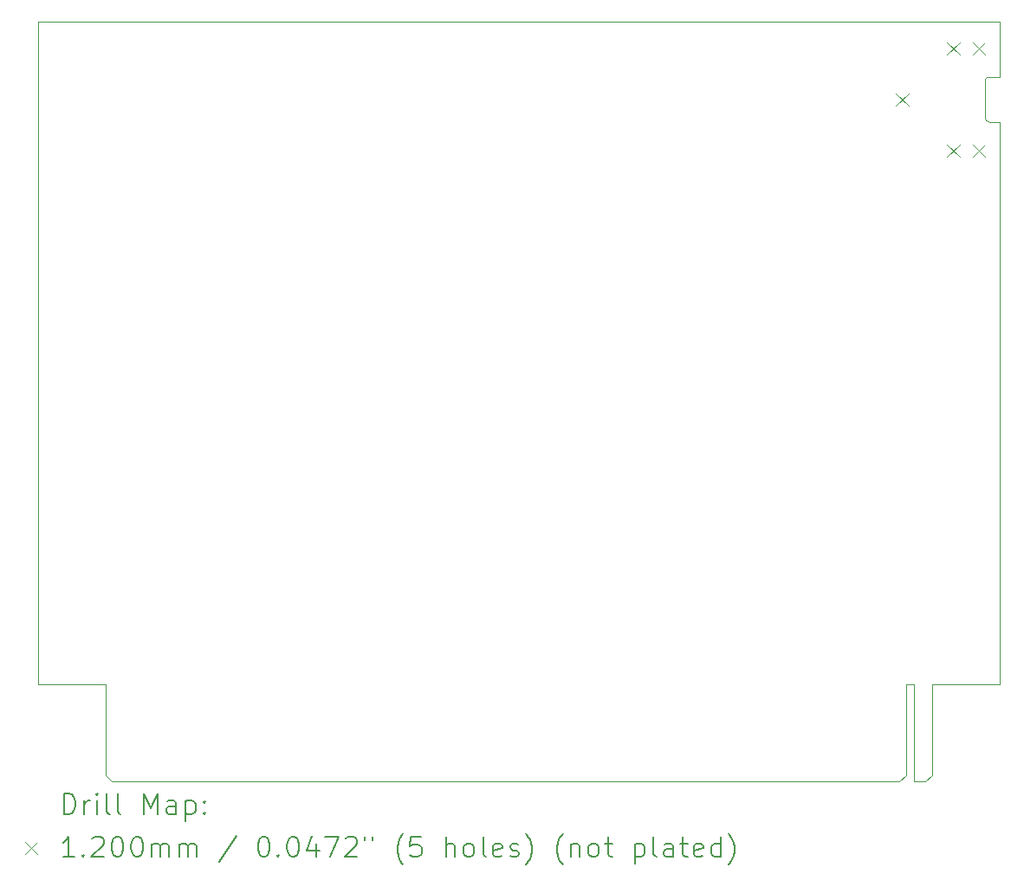
<source format=gbr>
%TF.GenerationSoftware,KiCad,Pcbnew,8.0.1*%
%TF.CreationDate,2024-04-10T12:10:00+07:00*%
%TF.ProjectId,TS_Ext_EPM3032,54535f45-7874-45f4-9550-4d333033322e,1.4*%
%TF.SameCoordinates,Original*%
%TF.FileFunction,Drillmap*%
%TF.FilePolarity,Positive*%
%FSLAX45Y45*%
G04 Gerber Fmt 4.5, Leading zero omitted, Abs format (unit mm)*
G04 Created by KiCad (PCBNEW 8.0.1) date 2024-04-10 12:10:00*
%MOMM*%
%LPD*%
G01*
G04 APERTURE LIST*
%ADD10C,0.100000*%
%ADD11C,0.120000*%
%ADD12C,0.200000*%
G04 APERTURE END LIST*
D10*
X3454400Y-9017000D02*
X3454400Y-9906000D01*
X2794000Y-9017000D02*
X3454400Y-9017000D01*
X11531600Y-9017000D02*
X12192000Y-9017000D01*
X11277600Y-9017000D02*
X11277600Y-9906000D01*
X11353800Y-9969500D02*
X11468100Y-9969500D01*
X11531600Y-9017000D02*
X11531600Y-9906000D01*
X11468100Y-9969500D02*
X11531600Y-9906000D01*
X11214100Y-9969500D02*
X11277600Y-9906000D01*
X11277600Y-9017000D02*
X11353800Y-9017000D01*
X2794000Y-2540000D02*
X2794000Y-9017000D01*
X12192000Y-2540000D02*
X12192000Y-2652000D01*
X3517900Y-9969500D02*
X11214100Y-9969500D01*
X3517900Y-9969500D02*
X3454400Y-9906000D01*
X12192000Y-9017000D02*
X12192000Y-3952000D01*
X2794000Y-2540000D02*
X12192000Y-2540000D01*
X11353800Y-9017000D02*
X11353800Y-9969500D01*
D11*
X12092000Y-3522000D02*
X12192000Y-3522000D01*
X12192000Y-3522000D02*
X12192000Y-3952000D01*
X12052000Y-3122000D02*
X12052000Y-3482000D01*
X12092000Y-3082000D02*
X12192000Y-3082000D01*
X12192000Y-3082000D02*
X12192000Y-2652000D01*
X12092000Y-3522000D02*
G75*
G02*
X12052000Y-3482000I0J40000D01*
G01*
X12052000Y-3122000D02*
G75*
G02*
X12092000Y-3082000I40000J0D01*
G01*
D12*
D11*
X11182000Y-3242000D02*
X11302000Y-3362000D01*
X11302000Y-3242000D02*
X11182000Y-3362000D01*
X11682000Y-2742000D02*
X11802000Y-2862000D01*
X11802000Y-2742000D02*
X11682000Y-2862000D01*
X11682000Y-3742000D02*
X11802000Y-3862000D01*
X11802000Y-3742000D02*
X11682000Y-3862000D01*
X11932000Y-2742000D02*
X12052000Y-2862000D01*
X12052000Y-2742000D02*
X11932000Y-2862000D01*
X11932000Y-3742000D02*
X12052000Y-3862000D01*
X12052000Y-3742000D02*
X11932000Y-3862000D01*
D12*
X3049777Y-10285984D02*
X3049777Y-10085984D01*
X3049777Y-10085984D02*
X3097396Y-10085984D01*
X3097396Y-10085984D02*
X3125967Y-10095508D01*
X3125967Y-10095508D02*
X3145015Y-10114555D01*
X3145015Y-10114555D02*
X3154539Y-10133603D01*
X3154539Y-10133603D02*
X3164062Y-10171698D01*
X3164062Y-10171698D02*
X3164062Y-10200270D01*
X3164062Y-10200270D02*
X3154539Y-10238365D01*
X3154539Y-10238365D02*
X3145015Y-10257412D01*
X3145015Y-10257412D02*
X3125967Y-10276460D01*
X3125967Y-10276460D02*
X3097396Y-10285984D01*
X3097396Y-10285984D02*
X3049777Y-10285984D01*
X3249777Y-10285984D02*
X3249777Y-10152650D01*
X3249777Y-10190746D02*
X3259301Y-10171698D01*
X3259301Y-10171698D02*
X3268824Y-10162174D01*
X3268824Y-10162174D02*
X3287872Y-10152650D01*
X3287872Y-10152650D02*
X3306920Y-10152650D01*
X3373586Y-10285984D02*
X3373586Y-10152650D01*
X3373586Y-10085984D02*
X3364062Y-10095508D01*
X3364062Y-10095508D02*
X3373586Y-10105031D01*
X3373586Y-10105031D02*
X3383110Y-10095508D01*
X3383110Y-10095508D02*
X3373586Y-10085984D01*
X3373586Y-10085984D02*
X3373586Y-10105031D01*
X3497396Y-10285984D02*
X3478348Y-10276460D01*
X3478348Y-10276460D02*
X3468824Y-10257412D01*
X3468824Y-10257412D02*
X3468824Y-10085984D01*
X3602158Y-10285984D02*
X3583110Y-10276460D01*
X3583110Y-10276460D02*
X3573586Y-10257412D01*
X3573586Y-10257412D02*
X3573586Y-10085984D01*
X3830729Y-10285984D02*
X3830729Y-10085984D01*
X3830729Y-10085984D02*
X3897396Y-10228841D01*
X3897396Y-10228841D02*
X3964062Y-10085984D01*
X3964062Y-10085984D02*
X3964062Y-10285984D01*
X4145015Y-10285984D02*
X4145015Y-10181222D01*
X4145015Y-10181222D02*
X4135491Y-10162174D01*
X4135491Y-10162174D02*
X4116443Y-10152650D01*
X4116443Y-10152650D02*
X4078348Y-10152650D01*
X4078348Y-10152650D02*
X4059301Y-10162174D01*
X4145015Y-10276460D02*
X4125967Y-10285984D01*
X4125967Y-10285984D02*
X4078348Y-10285984D01*
X4078348Y-10285984D02*
X4059301Y-10276460D01*
X4059301Y-10276460D02*
X4049777Y-10257412D01*
X4049777Y-10257412D02*
X4049777Y-10238365D01*
X4049777Y-10238365D02*
X4059301Y-10219317D01*
X4059301Y-10219317D02*
X4078348Y-10209793D01*
X4078348Y-10209793D02*
X4125967Y-10209793D01*
X4125967Y-10209793D02*
X4145015Y-10200270D01*
X4240253Y-10152650D02*
X4240253Y-10352650D01*
X4240253Y-10162174D02*
X4259301Y-10152650D01*
X4259301Y-10152650D02*
X4297396Y-10152650D01*
X4297396Y-10152650D02*
X4316444Y-10162174D01*
X4316444Y-10162174D02*
X4325967Y-10171698D01*
X4325967Y-10171698D02*
X4335491Y-10190746D01*
X4335491Y-10190746D02*
X4335491Y-10247889D01*
X4335491Y-10247889D02*
X4325967Y-10266936D01*
X4325967Y-10266936D02*
X4316444Y-10276460D01*
X4316444Y-10276460D02*
X4297396Y-10285984D01*
X4297396Y-10285984D02*
X4259301Y-10285984D01*
X4259301Y-10285984D02*
X4240253Y-10276460D01*
X4421205Y-10266936D02*
X4430729Y-10276460D01*
X4430729Y-10276460D02*
X4421205Y-10285984D01*
X4421205Y-10285984D02*
X4411682Y-10276460D01*
X4411682Y-10276460D02*
X4421205Y-10266936D01*
X4421205Y-10266936D02*
X4421205Y-10285984D01*
X4421205Y-10162174D02*
X4430729Y-10171698D01*
X4430729Y-10171698D02*
X4421205Y-10181222D01*
X4421205Y-10181222D02*
X4411682Y-10171698D01*
X4411682Y-10171698D02*
X4421205Y-10162174D01*
X4421205Y-10162174D02*
X4421205Y-10181222D01*
D11*
X2669000Y-10554500D02*
X2789000Y-10674500D01*
X2789000Y-10554500D02*
X2669000Y-10674500D01*
D12*
X3154539Y-10705984D02*
X3040253Y-10705984D01*
X3097396Y-10705984D02*
X3097396Y-10505984D01*
X3097396Y-10505984D02*
X3078348Y-10534555D01*
X3078348Y-10534555D02*
X3059301Y-10553603D01*
X3059301Y-10553603D02*
X3040253Y-10563127D01*
X3240253Y-10686936D02*
X3249777Y-10696460D01*
X3249777Y-10696460D02*
X3240253Y-10705984D01*
X3240253Y-10705984D02*
X3230729Y-10696460D01*
X3230729Y-10696460D02*
X3240253Y-10686936D01*
X3240253Y-10686936D02*
X3240253Y-10705984D01*
X3325967Y-10525031D02*
X3335491Y-10515508D01*
X3335491Y-10515508D02*
X3354539Y-10505984D01*
X3354539Y-10505984D02*
X3402158Y-10505984D01*
X3402158Y-10505984D02*
X3421205Y-10515508D01*
X3421205Y-10515508D02*
X3430729Y-10525031D01*
X3430729Y-10525031D02*
X3440253Y-10544079D01*
X3440253Y-10544079D02*
X3440253Y-10563127D01*
X3440253Y-10563127D02*
X3430729Y-10591698D01*
X3430729Y-10591698D02*
X3316443Y-10705984D01*
X3316443Y-10705984D02*
X3440253Y-10705984D01*
X3564062Y-10505984D02*
X3583110Y-10505984D01*
X3583110Y-10505984D02*
X3602158Y-10515508D01*
X3602158Y-10515508D02*
X3611682Y-10525031D01*
X3611682Y-10525031D02*
X3621205Y-10544079D01*
X3621205Y-10544079D02*
X3630729Y-10582174D01*
X3630729Y-10582174D02*
X3630729Y-10629793D01*
X3630729Y-10629793D02*
X3621205Y-10667889D01*
X3621205Y-10667889D02*
X3611682Y-10686936D01*
X3611682Y-10686936D02*
X3602158Y-10696460D01*
X3602158Y-10696460D02*
X3583110Y-10705984D01*
X3583110Y-10705984D02*
X3564062Y-10705984D01*
X3564062Y-10705984D02*
X3545015Y-10696460D01*
X3545015Y-10696460D02*
X3535491Y-10686936D01*
X3535491Y-10686936D02*
X3525967Y-10667889D01*
X3525967Y-10667889D02*
X3516443Y-10629793D01*
X3516443Y-10629793D02*
X3516443Y-10582174D01*
X3516443Y-10582174D02*
X3525967Y-10544079D01*
X3525967Y-10544079D02*
X3535491Y-10525031D01*
X3535491Y-10525031D02*
X3545015Y-10515508D01*
X3545015Y-10515508D02*
X3564062Y-10505984D01*
X3754539Y-10505984D02*
X3773586Y-10505984D01*
X3773586Y-10505984D02*
X3792634Y-10515508D01*
X3792634Y-10515508D02*
X3802158Y-10525031D01*
X3802158Y-10525031D02*
X3811682Y-10544079D01*
X3811682Y-10544079D02*
X3821205Y-10582174D01*
X3821205Y-10582174D02*
X3821205Y-10629793D01*
X3821205Y-10629793D02*
X3811682Y-10667889D01*
X3811682Y-10667889D02*
X3802158Y-10686936D01*
X3802158Y-10686936D02*
X3792634Y-10696460D01*
X3792634Y-10696460D02*
X3773586Y-10705984D01*
X3773586Y-10705984D02*
X3754539Y-10705984D01*
X3754539Y-10705984D02*
X3735491Y-10696460D01*
X3735491Y-10696460D02*
X3725967Y-10686936D01*
X3725967Y-10686936D02*
X3716443Y-10667889D01*
X3716443Y-10667889D02*
X3706920Y-10629793D01*
X3706920Y-10629793D02*
X3706920Y-10582174D01*
X3706920Y-10582174D02*
X3716443Y-10544079D01*
X3716443Y-10544079D02*
X3725967Y-10525031D01*
X3725967Y-10525031D02*
X3735491Y-10515508D01*
X3735491Y-10515508D02*
X3754539Y-10505984D01*
X3906920Y-10705984D02*
X3906920Y-10572650D01*
X3906920Y-10591698D02*
X3916443Y-10582174D01*
X3916443Y-10582174D02*
X3935491Y-10572650D01*
X3935491Y-10572650D02*
X3964063Y-10572650D01*
X3964063Y-10572650D02*
X3983110Y-10582174D01*
X3983110Y-10582174D02*
X3992634Y-10601222D01*
X3992634Y-10601222D02*
X3992634Y-10705984D01*
X3992634Y-10601222D02*
X4002158Y-10582174D01*
X4002158Y-10582174D02*
X4021205Y-10572650D01*
X4021205Y-10572650D02*
X4049777Y-10572650D01*
X4049777Y-10572650D02*
X4068824Y-10582174D01*
X4068824Y-10582174D02*
X4078348Y-10601222D01*
X4078348Y-10601222D02*
X4078348Y-10705984D01*
X4173586Y-10705984D02*
X4173586Y-10572650D01*
X4173586Y-10591698D02*
X4183110Y-10582174D01*
X4183110Y-10582174D02*
X4202158Y-10572650D01*
X4202158Y-10572650D02*
X4230729Y-10572650D01*
X4230729Y-10572650D02*
X4249777Y-10582174D01*
X4249777Y-10582174D02*
X4259301Y-10601222D01*
X4259301Y-10601222D02*
X4259301Y-10705984D01*
X4259301Y-10601222D02*
X4268825Y-10582174D01*
X4268825Y-10582174D02*
X4287872Y-10572650D01*
X4287872Y-10572650D02*
X4316444Y-10572650D01*
X4316444Y-10572650D02*
X4335491Y-10582174D01*
X4335491Y-10582174D02*
X4345015Y-10601222D01*
X4345015Y-10601222D02*
X4345015Y-10705984D01*
X4735491Y-10496460D02*
X4564063Y-10753603D01*
X4992634Y-10505984D02*
X5011682Y-10505984D01*
X5011682Y-10505984D02*
X5030729Y-10515508D01*
X5030729Y-10515508D02*
X5040253Y-10525031D01*
X5040253Y-10525031D02*
X5049777Y-10544079D01*
X5049777Y-10544079D02*
X5059301Y-10582174D01*
X5059301Y-10582174D02*
X5059301Y-10629793D01*
X5059301Y-10629793D02*
X5049777Y-10667889D01*
X5049777Y-10667889D02*
X5040253Y-10686936D01*
X5040253Y-10686936D02*
X5030729Y-10696460D01*
X5030729Y-10696460D02*
X5011682Y-10705984D01*
X5011682Y-10705984D02*
X4992634Y-10705984D01*
X4992634Y-10705984D02*
X4973587Y-10696460D01*
X4973587Y-10696460D02*
X4964063Y-10686936D01*
X4964063Y-10686936D02*
X4954539Y-10667889D01*
X4954539Y-10667889D02*
X4945015Y-10629793D01*
X4945015Y-10629793D02*
X4945015Y-10582174D01*
X4945015Y-10582174D02*
X4954539Y-10544079D01*
X4954539Y-10544079D02*
X4964063Y-10525031D01*
X4964063Y-10525031D02*
X4973587Y-10515508D01*
X4973587Y-10515508D02*
X4992634Y-10505984D01*
X5145015Y-10686936D02*
X5154539Y-10696460D01*
X5154539Y-10696460D02*
X5145015Y-10705984D01*
X5145015Y-10705984D02*
X5135491Y-10696460D01*
X5135491Y-10696460D02*
X5145015Y-10686936D01*
X5145015Y-10686936D02*
X5145015Y-10705984D01*
X5278348Y-10505984D02*
X5297396Y-10505984D01*
X5297396Y-10505984D02*
X5316444Y-10515508D01*
X5316444Y-10515508D02*
X5325968Y-10525031D01*
X5325968Y-10525031D02*
X5335491Y-10544079D01*
X5335491Y-10544079D02*
X5345015Y-10582174D01*
X5345015Y-10582174D02*
X5345015Y-10629793D01*
X5345015Y-10629793D02*
X5335491Y-10667889D01*
X5335491Y-10667889D02*
X5325968Y-10686936D01*
X5325968Y-10686936D02*
X5316444Y-10696460D01*
X5316444Y-10696460D02*
X5297396Y-10705984D01*
X5297396Y-10705984D02*
X5278348Y-10705984D01*
X5278348Y-10705984D02*
X5259301Y-10696460D01*
X5259301Y-10696460D02*
X5249777Y-10686936D01*
X5249777Y-10686936D02*
X5240253Y-10667889D01*
X5240253Y-10667889D02*
X5230729Y-10629793D01*
X5230729Y-10629793D02*
X5230729Y-10582174D01*
X5230729Y-10582174D02*
X5240253Y-10544079D01*
X5240253Y-10544079D02*
X5249777Y-10525031D01*
X5249777Y-10525031D02*
X5259301Y-10515508D01*
X5259301Y-10515508D02*
X5278348Y-10505984D01*
X5516444Y-10572650D02*
X5516444Y-10705984D01*
X5468825Y-10496460D02*
X5421206Y-10639317D01*
X5421206Y-10639317D02*
X5545015Y-10639317D01*
X5602158Y-10505984D02*
X5735491Y-10505984D01*
X5735491Y-10505984D02*
X5649777Y-10705984D01*
X5802158Y-10525031D02*
X5811682Y-10515508D01*
X5811682Y-10515508D02*
X5830729Y-10505984D01*
X5830729Y-10505984D02*
X5878348Y-10505984D01*
X5878348Y-10505984D02*
X5897396Y-10515508D01*
X5897396Y-10515508D02*
X5906920Y-10525031D01*
X5906920Y-10525031D02*
X5916444Y-10544079D01*
X5916444Y-10544079D02*
X5916444Y-10563127D01*
X5916444Y-10563127D02*
X5906920Y-10591698D01*
X5906920Y-10591698D02*
X5792634Y-10705984D01*
X5792634Y-10705984D02*
X5916444Y-10705984D01*
X5992634Y-10505984D02*
X5992634Y-10544079D01*
X6068825Y-10505984D02*
X6068825Y-10544079D01*
X6364063Y-10782174D02*
X6354539Y-10772650D01*
X6354539Y-10772650D02*
X6335491Y-10744079D01*
X6335491Y-10744079D02*
X6325968Y-10725031D01*
X6325968Y-10725031D02*
X6316444Y-10696460D01*
X6316444Y-10696460D02*
X6306920Y-10648841D01*
X6306920Y-10648841D02*
X6306920Y-10610746D01*
X6306920Y-10610746D02*
X6316444Y-10563127D01*
X6316444Y-10563127D02*
X6325968Y-10534555D01*
X6325968Y-10534555D02*
X6335491Y-10515508D01*
X6335491Y-10515508D02*
X6354539Y-10486936D01*
X6354539Y-10486936D02*
X6364063Y-10477412D01*
X6535491Y-10505984D02*
X6440253Y-10505984D01*
X6440253Y-10505984D02*
X6430729Y-10601222D01*
X6430729Y-10601222D02*
X6440253Y-10591698D01*
X6440253Y-10591698D02*
X6459301Y-10582174D01*
X6459301Y-10582174D02*
X6506920Y-10582174D01*
X6506920Y-10582174D02*
X6525968Y-10591698D01*
X6525968Y-10591698D02*
X6535491Y-10601222D01*
X6535491Y-10601222D02*
X6545015Y-10620270D01*
X6545015Y-10620270D02*
X6545015Y-10667889D01*
X6545015Y-10667889D02*
X6535491Y-10686936D01*
X6535491Y-10686936D02*
X6525968Y-10696460D01*
X6525968Y-10696460D02*
X6506920Y-10705984D01*
X6506920Y-10705984D02*
X6459301Y-10705984D01*
X6459301Y-10705984D02*
X6440253Y-10696460D01*
X6440253Y-10696460D02*
X6430729Y-10686936D01*
X6783110Y-10705984D02*
X6783110Y-10505984D01*
X6868825Y-10705984D02*
X6868825Y-10601222D01*
X6868825Y-10601222D02*
X6859301Y-10582174D01*
X6859301Y-10582174D02*
X6840253Y-10572650D01*
X6840253Y-10572650D02*
X6811682Y-10572650D01*
X6811682Y-10572650D02*
X6792634Y-10582174D01*
X6792634Y-10582174D02*
X6783110Y-10591698D01*
X6992634Y-10705984D02*
X6973587Y-10696460D01*
X6973587Y-10696460D02*
X6964063Y-10686936D01*
X6964063Y-10686936D02*
X6954539Y-10667889D01*
X6954539Y-10667889D02*
X6954539Y-10610746D01*
X6954539Y-10610746D02*
X6964063Y-10591698D01*
X6964063Y-10591698D02*
X6973587Y-10582174D01*
X6973587Y-10582174D02*
X6992634Y-10572650D01*
X6992634Y-10572650D02*
X7021206Y-10572650D01*
X7021206Y-10572650D02*
X7040253Y-10582174D01*
X7040253Y-10582174D02*
X7049777Y-10591698D01*
X7049777Y-10591698D02*
X7059301Y-10610746D01*
X7059301Y-10610746D02*
X7059301Y-10667889D01*
X7059301Y-10667889D02*
X7049777Y-10686936D01*
X7049777Y-10686936D02*
X7040253Y-10696460D01*
X7040253Y-10696460D02*
X7021206Y-10705984D01*
X7021206Y-10705984D02*
X6992634Y-10705984D01*
X7173587Y-10705984D02*
X7154539Y-10696460D01*
X7154539Y-10696460D02*
X7145015Y-10677412D01*
X7145015Y-10677412D02*
X7145015Y-10505984D01*
X7325968Y-10696460D02*
X7306920Y-10705984D01*
X7306920Y-10705984D02*
X7268825Y-10705984D01*
X7268825Y-10705984D02*
X7249777Y-10696460D01*
X7249777Y-10696460D02*
X7240253Y-10677412D01*
X7240253Y-10677412D02*
X7240253Y-10601222D01*
X7240253Y-10601222D02*
X7249777Y-10582174D01*
X7249777Y-10582174D02*
X7268825Y-10572650D01*
X7268825Y-10572650D02*
X7306920Y-10572650D01*
X7306920Y-10572650D02*
X7325968Y-10582174D01*
X7325968Y-10582174D02*
X7335491Y-10601222D01*
X7335491Y-10601222D02*
X7335491Y-10620270D01*
X7335491Y-10620270D02*
X7240253Y-10639317D01*
X7411682Y-10696460D02*
X7430730Y-10705984D01*
X7430730Y-10705984D02*
X7468825Y-10705984D01*
X7468825Y-10705984D02*
X7487872Y-10696460D01*
X7487872Y-10696460D02*
X7497396Y-10677412D01*
X7497396Y-10677412D02*
X7497396Y-10667889D01*
X7497396Y-10667889D02*
X7487872Y-10648841D01*
X7487872Y-10648841D02*
X7468825Y-10639317D01*
X7468825Y-10639317D02*
X7440253Y-10639317D01*
X7440253Y-10639317D02*
X7421206Y-10629793D01*
X7421206Y-10629793D02*
X7411682Y-10610746D01*
X7411682Y-10610746D02*
X7411682Y-10601222D01*
X7411682Y-10601222D02*
X7421206Y-10582174D01*
X7421206Y-10582174D02*
X7440253Y-10572650D01*
X7440253Y-10572650D02*
X7468825Y-10572650D01*
X7468825Y-10572650D02*
X7487872Y-10582174D01*
X7564063Y-10782174D02*
X7573587Y-10772650D01*
X7573587Y-10772650D02*
X7592634Y-10744079D01*
X7592634Y-10744079D02*
X7602158Y-10725031D01*
X7602158Y-10725031D02*
X7611682Y-10696460D01*
X7611682Y-10696460D02*
X7621206Y-10648841D01*
X7621206Y-10648841D02*
X7621206Y-10610746D01*
X7621206Y-10610746D02*
X7611682Y-10563127D01*
X7611682Y-10563127D02*
X7602158Y-10534555D01*
X7602158Y-10534555D02*
X7592634Y-10515508D01*
X7592634Y-10515508D02*
X7573587Y-10486936D01*
X7573587Y-10486936D02*
X7564063Y-10477412D01*
X7925968Y-10782174D02*
X7916444Y-10772650D01*
X7916444Y-10772650D02*
X7897396Y-10744079D01*
X7897396Y-10744079D02*
X7887872Y-10725031D01*
X7887872Y-10725031D02*
X7878349Y-10696460D01*
X7878349Y-10696460D02*
X7868825Y-10648841D01*
X7868825Y-10648841D02*
X7868825Y-10610746D01*
X7868825Y-10610746D02*
X7878349Y-10563127D01*
X7878349Y-10563127D02*
X7887872Y-10534555D01*
X7887872Y-10534555D02*
X7897396Y-10515508D01*
X7897396Y-10515508D02*
X7916444Y-10486936D01*
X7916444Y-10486936D02*
X7925968Y-10477412D01*
X8002158Y-10572650D02*
X8002158Y-10705984D01*
X8002158Y-10591698D02*
X8011682Y-10582174D01*
X8011682Y-10582174D02*
X8030730Y-10572650D01*
X8030730Y-10572650D02*
X8059301Y-10572650D01*
X8059301Y-10572650D02*
X8078349Y-10582174D01*
X8078349Y-10582174D02*
X8087872Y-10601222D01*
X8087872Y-10601222D02*
X8087872Y-10705984D01*
X8211682Y-10705984D02*
X8192634Y-10696460D01*
X8192634Y-10696460D02*
X8183111Y-10686936D01*
X8183111Y-10686936D02*
X8173587Y-10667889D01*
X8173587Y-10667889D02*
X8173587Y-10610746D01*
X8173587Y-10610746D02*
X8183111Y-10591698D01*
X8183111Y-10591698D02*
X8192634Y-10582174D01*
X8192634Y-10582174D02*
X8211682Y-10572650D01*
X8211682Y-10572650D02*
X8240253Y-10572650D01*
X8240253Y-10572650D02*
X8259301Y-10582174D01*
X8259301Y-10582174D02*
X8268825Y-10591698D01*
X8268825Y-10591698D02*
X8278349Y-10610746D01*
X8278349Y-10610746D02*
X8278349Y-10667889D01*
X8278349Y-10667889D02*
X8268825Y-10686936D01*
X8268825Y-10686936D02*
X8259301Y-10696460D01*
X8259301Y-10696460D02*
X8240253Y-10705984D01*
X8240253Y-10705984D02*
X8211682Y-10705984D01*
X8335492Y-10572650D02*
X8411682Y-10572650D01*
X8364063Y-10505984D02*
X8364063Y-10677412D01*
X8364063Y-10677412D02*
X8373587Y-10696460D01*
X8373587Y-10696460D02*
X8392634Y-10705984D01*
X8392634Y-10705984D02*
X8411682Y-10705984D01*
X8630730Y-10572650D02*
X8630730Y-10772650D01*
X8630730Y-10582174D02*
X8649777Y-10572650D01*
X8649777Y-10572650D02*
X8687873Y-10572650D01*
X8687873Y-10572650D02*
X8706920Y-10582174D01*
X8706920Y-10582174D02*
X8716444Y-10591698D01*
X8716444Y-10591698D02*
X8725968Y-10610746D01*
X8725968Y-10610746D02*
X8725968Y-10667889D01*
X8725968Y-10667889D02*
X8716444Y-10686936D01*
X8716444Y-10686936D02*
X8706920Y-10696460D01*
X8706920Y-10696460D02*
X8687873Y-10705984D01*
X8687873Y-10705984D02*
X8649777Y-10705984D01*
X8649777Y-10705984D02*
X8630730Y-10696460D01*
X8840254Y-10705984D02*
X8821206Y-10696460D01*
X8821206Y-10696460D02*
X8811682Y-10677412D01*
X8811682Y-10677412D02*
X8811682Y-10505984D01*
X9002158Y-10705984D02*
X9002158Y-10601222D01*
X9002158Y-10601222D02*
X8992635Y-10582174D01*
X8992635Y-10582174D02*
X8973587Y-10572650D01*
X8973587Y-10572650D02*
X8935492Y-10572650D01*
X8935492Y-10572650D02*
X8916444Y-10582174D01*
X9002158Y-10696460D02*
X8983111Y-10705984D01*
X8983111Y-10705984D02*
X8935492Y-10705984D01*
X8935492Y-10705984D02*
X8916444Y-10696460D01*
X8916444Y-10696460D02*
X8906920Y-10677412D01*
X8906920Y-10677412D02*
X8906920Y-10658365D01*
X8906920Y-10658365D02*
X8916444Y-10639317D01*
X8916444Y-10639317D02*
X8935492Y-10629793D01*
X8935492Y-10629793D02*
X8983111Y-10629793D01*
X8983111Y-10629793D02*
X9002158Y-10620270D01*
X9068825Y-10572650D02*
X9145015Y-10572650D01*
X9097396Y-10505984D02*
X9097396Y-10677412D01*
X9097396Y-10677412D02*
X9106920Y-10696460D01*
X9106920Y-10696460D02*
X9125968Y-10705984D01*
X9125968Y-10705984D02*
X9145015Y-10705984D01*
X9287873Y-10696460D02*
X9268825Y-10705984D01*
X9268825Y-10705984D02*
X9230730Y-10705984D01*
X9230730Y-10705984D02*
X9211682Y-10696460D01*
X9211682Y-10696460D02*
X9202158Y-10677412D01*
X9202158Y-10677412D02*
X9202158Y-10601222D01*
X9202158Y-10601222D02*
X9211682Y-10582174D01*
X9211682Y-10582174D02*
X9230730Y-10572650D01*
X9230730Y-10572650D02*
X9268825Y-10572650D01*
X9268825Y-10572650D02*
X9287873Y-10582174D01*
X9287873Y-10582174D02*
X9297396Y-10601222D01*
X9297396Y-10601222D02*
X9297396Y-10620270D01*
X9297396Y-10620270D02*
X9202158Y-10639317D01*
X9468825Y-10705984D02*
X9468825Y-10505984D01*
X9468825Y-10696460D02*
X9449777Y-10705984D01*
X9449777Y-10705984D02*
X9411682Y-10705984D01*
X9411682Y-10705984D02*
X9392635Y-10696460D01*
X9392635Y-10696460D02*
X9383111Y-10686936D01*
X9383111Y-10686936D02*
X9373587Y-10667889D01*
X9373587Y-10667889D02*
X9373587Y-10610746D01*
X9373587Y-10610746D02*
X9383111Y-10591698D01*
X9383111Y-10591698D02*
X9392635Y-10582174D01*
X9392635Y-10582174D02*
X9411682Y-10572650D01*
X9411682Y-10572650D02*
X9449777Y-10572650D01*
X9449777Y-10572650D02*
X9468825Y-10582174D01*
X9545016Y-10782174D02*
X9554539Y-10772650D01*
X9554539Y-10772650D02*
X9573587Y-10744079D01*
X9573587Y-10744079D02*
X9583111Y-10725031D01*
X9583111Y-10725031D02*
X9592635Y-10696460D01*
X9592635Y-10696460D02*
X9602158Y-10648841D01*
X9602158Y-10648841D02*
X9602158Y-10610746D01*
X9602158Y-10610746D02*
X9592635Y-10563127D01*
X9592635Y-10563127D02*
X9583111Y-10534555D01*
X9583111Y-10534555D02*
X9573587Y-10515508D01*
X9573587Y-10515508D02*
X9554539Y-10486936D01*
X9554539Y-10486936D02*
X9545016Y-10477412D01*
M02*

</source>
